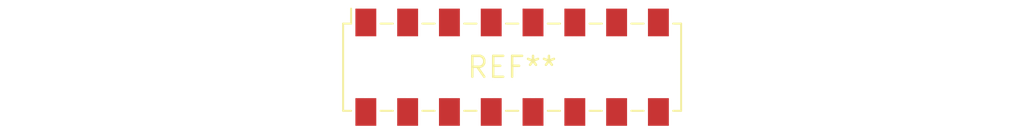
<source format=kicad_pcb>
(kicad_pcb (version 20240108) (generator pcbnew)
  (layers (0 "F.Cu" signal) (31 "B.Cu" signal) (34 "B.Paste" user) (35 "F.Paste" user) (36 "B.SilkS" user "B.Silkscreen") (37 "F.SilkS" user "F.Silkscreen") (38 "B.Mask" user) (39 "F.Mask" user) (44 "Edge.Cuts" user))
  (net 0 "")
  (footprint "Samtec_HLE-108-02-xxx-DV-BE-A_2x08_P2.54mm_Horizontal" (layer "F.Cu") (at 0 0)
    (property "Reference" "REF**")
    (property "Value" "Samtec_HLE-108-02-xxx-DV-BE-A_2x08_P2.54mm_Horizontal")
    (fp_line (start -10.27 -2.65) (end -10.27 2.65) (layer "F.SilkS") (stroke (width 0.12)))
    (fp_line (start -10.27 2.65) (end -9.785 2.65) (layer "F.SilkS") (stroke (width 0.12)))
    (fp_line (start -9.785 -3.56) (end -9.785 -2.65) (layer "F.SilkS") (stroke (width 0.12)))
    (fp_line (start -9.785 -2.65) (end -10.27 -2.65) (layer "F.SilkS") (stroke (width 0.12)))
    (fp_line (start -7.995 -2.65) (end -7.245 -2.65) (layer "F.SilkS") (stroke (width 0.12)))
    (fp_line (start -7.995 2.65) (end -7.245 2.65) (layer "F.SilkS") (stroke (width 0.12)))
    (fp_line (start -5.455 -2.65) (end -4.705 -2.65) (layer "F.SilkS") (stroke (width 0.12)))
    (fp_line (start -5.455 2.65) (end -4.705 2.65) (layer "F.SilkS") (stroke (width 0.12)))
    (fp_line (start -2.915 -2.65) (end -2.165 -2.65) (layer "F.SilkS") (stroke (width 0.12)))
    (fp_line (start -2.915 2.65) (end -2.165 2.65) (layer "F.SilkS") (stroke (width 0.12)))
    (fp_line (start -0.375 -2.65) (end 0.375 -2.65) (layer "F.SilkS") (stroke (width 0.12)))
    (fp_line (start -0.375 2.65) (end 0.375 2.65) (layer "F.SilkS") (stroke (width 0.12)))
    (fp_line (start 2.165 -2.65) (end 2.915 -2.65) (layer "F.SilkS") (stroke (width 0.12)))
    (fp_line (start 2.165 2.65) (end 2.915 2.65) (layer "F.SilkS") (stroke (width 0.12)))
    (fp_line (start 4.705 -2.65) (end 5.455 -2.65) (layer "F.SilkS") (stroke (width 0.12)))
    (fp_line (start 4.705 2.65) (end 5.455 2.65) (layer "F.SilkS") (stroke (width 0.12)))
    (fp_line (start 7.245 -2.65) (end 7.995 -2.65) (layer "F.SilkS") (stroke (width 0.12)))
    (fp_line (start 7.245 2.65) (end 7.995 2.65) (layer "F.SilkS") (stroke (width 0.12)))
    (fp_line (start 9.785 -2.65) (end 10.27 -2.65) (layer "F.SilkS") (stroke (width 0.12)))
    (fp_line (start 10.27 -2.65) (end 10.27 2.65) (layer "F.SilkS") (stroke (width 0.12)))
    (fp_line (start 10.27 2.65) (end 9.785 2.65) (layer "F.SilkS") (stroke (width 0.12)))
    (pad "" np_thru_hole circle (at -8.89 -1.27) (size 0.97 0.97) (drill 0.97) (layers *.Cu *.Mask))
    (pad "" np_thru_hole circle (at -8.89 1.27) (size 0.97 0.97) (drill 0.97) (layers *.Cu *.Mask))
    (pad "" np_thru_hole circle (at -7.62 0) (size 1.78 1.78) (drill 1.78) (layers *.Cu *.Mask))
    (pad "" np_thru_hole circle (at -6.35 -1.27) (size 0.97 0.97) (drill 0.97) (layers *.Cu *.Mask))
    (pad "" np_thru_hole circle (at -6.35 1.27) (size 0.97 0.97) (drill 0.97) (layers *.Cu *.Mask))
    (pad "" np_thru_hole circle (at -3.81 -1.27) (size 0.97 0.97) (drill 0.97) (layers *.Cu *.Mask))
    (pad "" np_thru_hole circle (at -3.81 1.27) (size 0.97 0.97) (drill 0.97) (layers *.Cu *.Mask))
    (pad "" np_thru_hole circle (at -1.27 -1.27) (size 0.97 0.97) (drill 0.97) (layers *.Cu *.Mask))
    (pad "" np_thru_hole circle (at -1.27 1.27) (size 0.97 0.97) (drill 0.97) (layers *.Cu *.Mask))
    (pad "" np_thru_hole circle (at 1.27 -1.27) (size 0.97 0.97) (drill 0.97) (layers *.Cu *.Mask))
    (pad "" np_thru_hole circle (at 1.27 1.27) (size 0.97 0.97) (drill 0.97) (layers *.Cu *.Mask))
    (pad "" np_thru_hole circle (at 3.81 -1.27) (size 0.97 0.97) (drill 0.97) (layers *.Cu *.Mask))
    (pad "" np_thru_hole circle (at 3.81 1.27) (size 0.97 0.97) (drill 0.97) (layers *.Cu *.Mask))
    (pad "" np_thru_hole circle (at 6.35 -1.27) (size 0.97 0.97) (drill 0.97) (layers *.Cu *.Mask))
    (pad "" np_thru_hole circle (at 6.35 1.27) (size 0.97 0.97) (drill 0.97) (layers *.Cu *.Mask))
    (pad "" np_thru_hole circle (at 7.62 0) (size 1.78 1.78) (drill 1.78) (layers *.Cu *.Mask))
    (pad "" np_thru_hole circle (at 8.89 -1.27) (size 0.97 0.97) (drill 0.97) (layers *.Cu *.Mask))
    (pad "" np_thru_hole circle (at 8.89 1.27) (size 0.97 0.97) (drill 0.97) (layers *.Cu *.Mask))
    (pad "1" smd rect (at -8.89 -2.72) (size 1.27 1.68) (layers "F.Cu" "F.Paste" "F.Mask"))
    (pad "2" smd rect (at -8.89 2.72) (size 1.27 1.68) (layers "F.Cu" "F.Paste" "F.Mask"))
    (pad "3" smd rect (at -6.35 -2.72) (size 1.27 1.68) (layers "F.Cu" "F.Paste" "F.Mask"))
    (pad "4" smd rect (at -6.35 2.72) (size 1.27 1.68) (layers "F.Cu" "F.Paste" "F.Mask"))
    (pad "5" smd rect (at -3.81 -2.72) (size 1.27 1.68) (layers "F.Cu" "F.Paste" "F.Mask"))
    (pad "6" smd rect (at -3.81 2.72) (size 1.27 1.68) (layers "F.Cu" "F.Paste" "F.Mask"))
    (pad "7" smd rect (at -1.27 -2.72) (size 1.27 1.68) (layers "F.Cu" "F.Paste" "F.Mask"))
    (pad "8" smd rect (at -1.27 2.72) (size 1.27 1.68) (layers "F.Cu" "F.Paste" "F.Mask"))
    (pad "9" smd rect (at 1.27 -2.72) (size 1.27 1.68) (layers "F.Cu" "F.Paste" "F.Mask"))
    (pad "10" smd rect (at 1.27 2.72) (size 1.27 1.68) (layers "F.Cu" "F.Paste" "F.Mask"))
    (pad "11" smd rect (at 3.81 -2.72) (size 1.27 1.68) (layers "F.Cu" "F.Paste" "F.Mask"))
    (pad "12" smd rect (at 3.81 2.72) (size 1.27 1.68) (layers "F.Cu" "F.Paste" "F.Mask"))
    (pad "13" smd rect (at 6.35 -2.72) (size 1.27 1.68) (layers "F.Cu" "F.Paste" "F.Mask"))
    (pad "14" smd rect (at 6.35 2.72) (size 1.27 1.68) (layers "F.Cu" "F.Paste" "F.Mask"))
    (pad "15" smd rect (at 8.89 -2.72) (size 1.27 1.68) (layers "F.Cu" "F.Paste" "F.Mask"))
    (pad "16" smd rect (at 8.89 2.72) (size 1.27 1.68) (layers "F.Cu" "F.Paste" "F.Mask"))
  )
)
</source>
